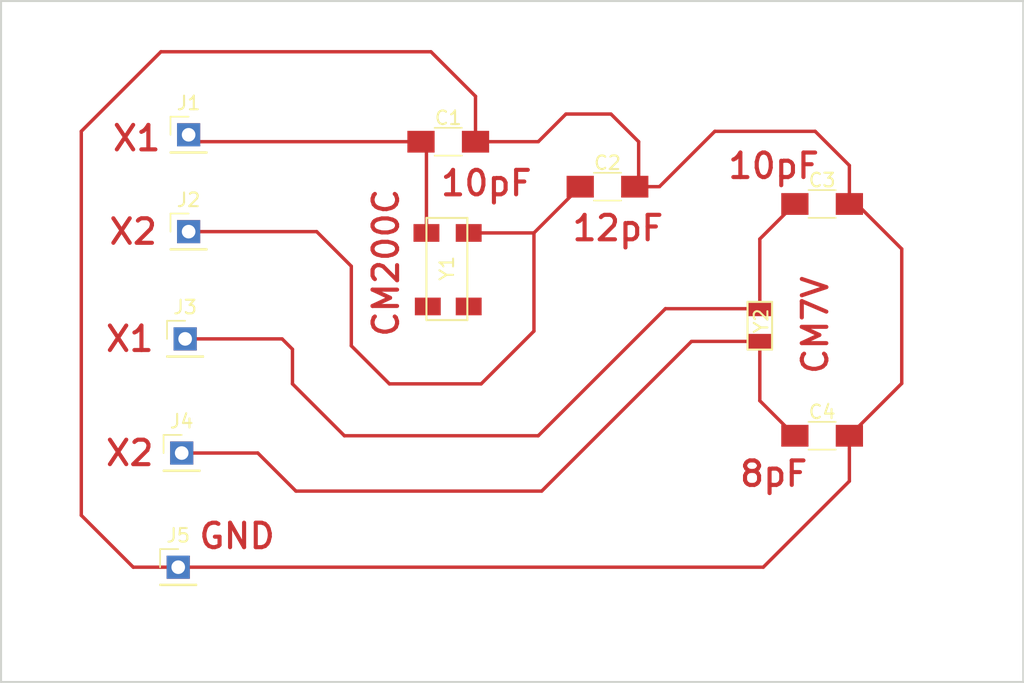
<source format=kicad_pcb>
(kicad_pcb (version 4) (host pcbnew 4.0.7)

  (general
    (links 12)
    (no_connects 0)
    (area 129.924999 89.924999 205.075001 140.075001)
    (thickness 1.6)
    (drawings 15)
    (tracks 54)
    (zones 0)
    (modules 11)
    (nets 6)
  )

  (page A4)
  (layers
    (0 F.Cu signal)
    (31 B.Cu signal hide)
    (32 B.Adhes user hide)
    (33 F.Adhes user hide)
    (34 B.Paste user hide)
    (35 F.Paste user hide)
    (36 B.SilkS user hide)
    (37 F.SilkS user)
    (38 B.Mask user hide)
    (39 F.Mask user hide)
    (40 Dwgs.User user hide)
    (41 Cmts.User user hide)
    (42 Eco1.User user hide)
    (43 Eco2.User user hide)
    (44 Edge.Cuts user)
    (45 Margin user hide)
    (46 B.CrtYd user hide)
    (47 F.CrtYd user hide)
    (48 B.Fab user hide)
    (49 F.Fab user hide)
  )

  (setup
    (last_trace_width 0.25)
    (trace_clearance 0.2)
    (zone_clearance 0.508)
    (zone_45_only no)
    (trace_min 0.2)
    (segment_width 0.2)
    (edge_width 0.15)
    (via_size 0.6)
    (via_drill 0.4)
    (via_min_size 0.4)
    (via_min_drill 0.3)
    (uvia_size 0.3)
    (uvia_drill 0.1)
    (uvias_allowed no)
    (uvia_min_size 0.2)
    (uvia_min_drill 0.1)
    (pcb_text_width 0.3)
    (pcb_text_size 1.5 1.5)
    (mod_edge_width 0.15)
    (mod_text_size 1 1)
    (mod_text_width 0.15)
    (pad_size 1.524 1.524)
    (pad_drill 0.762)
    (pad_to_mask_clearance 0.2)
    (aux_axis_origin 0 0)
    (visible_elements 7FFFFFFF)
    (pcbplotparams
      (layerselection 0x01000_00000001)
      (usegerberextensions false)
      (excludeedgelayer true)
      (linewidth 0.100000)
      (plotframeref false)
      (viasonmask false)
      (mode 1)
      (useauxorigin false)
      (hpglpennumber 1)
      (hpglpenspeed 20)
      (hpglpendiameter 15)
      (hpglpenoverlay 2)
      (psnegative false)
      (psa4output false)
      (plotreference true)
      (plotvalue true)
      (plotinvisibletext false)
      (padsonsilk false)
      (subtractmaskfromsilk false)
      (outputformat 1)
      (mirror false)
      (drillshape 0)
      (scaleselection 1)
      (outputdirectory ./))
  )

  (net 0 "")
  (net 1 "Net-(C1-Pad1)")
  (net 2 "Net-(C1-Pad2)")
  (net 3 "Net-(C2-Pad1)")
  (net 4 "Net-(C3-Pad1)")
  (net 5 "Net-(C4-Pad1)")

  (net_class Default "This is the default net class."
    (clearance 0.2)
    (trace_width 0.25)
    (via_dia 0.6)
    (via_drill 0.4)
    (uvia_dia 0.3)
    (uvia_drill 0.1)
    (add_net "Net-(C1-Pad1)")
    (add_net "Net-(C1-Pad2)")
    (add_net "Net-(C2-Pad1)")
    (add_net "Net-(C3-Pad1)")
    (add_net "Net-(C4-Pad1)")
  )

  (module Capacitors_SMD:C_1206_HandSoldering (layer F.Cu) (tedit 58AA84D1) (tstamp 5AD0F030)
    (at 162.814 100.33)
    (descr "Capacitor SMD 1206, hand soldering")
    (tags "capacitor 1206")
    (path /5AD0EC93)
    (attr smd)
    (fp_text reference C1 (at 0 -1.75) (layer F.SilkS)
      (effects (font (size 1 1) (thickness 0.15)))
    )
    (fp_text value 10pF (at 0 2) (layer F.Fab)
      (effects (font (size 1 1) (thickness 0.15)))
    )
    (fp_text user %R (at 0 -1.75) (layer F.Fab)
      (effects (font (size 1 1) (thickness 0.15)))
    )
    (fp_line (start -1.6 0.8) (end -1.6 -0.8) (layer F.Fab) (width 0.1))
    (fp_line (start 1.6 0.8) (end -1.6 0.8) (layer F.Fab) (width 0.1))
    (fp_line (start 1.6 -0.8) (end 1.6 0.8) (layer F.Fab) (width 0.1))
    (fp_line (start -1.6 -0.8) (end 1.6 -0.8) (layer F.Fab) (width 0.1))
    (fp_line (start 1 -1.02) (end -1 -1.02) (layer F.SilkS) (width 0.12))
    (fp_line (start -1 1.02) (end 1 1.02) (layer F.SilkS) (width 0.12))
    (fp_line (start -3.25 -1.05) (end 3.25 -1.05) (layer F.CrtYd) (width 0.05))
    (fp_line (start -3.25 -1.05) (end -3.25 1.05) (layer F.CrtYd) (width 0.05))
    (fp_line (start 3.25 1.05) (end 3.25 -1.05) (layer F.CrtYd) (width 0.05))
    (fp_line (start 3.25 1.05) (end -3.25 1.05) (layer F.CrtYd) (width 0.05))
    (pad 1 smd rect (at -2 0) (size 2 1.6) (layers F.Cu F.Paste F.Mask)
      (net 1 "Net-(C1-Pad1)"))
    (pad 2 smd rect (at 2 0) (size 2 1.6) (layers F.Cu F.Paste F.Mask)
      (net 2 "Net-(C1-Pad2)"))
    (model Capacitors_SMD.3dshapes/C_1206.wrl
      (at (xyz 0 0 0))
      (scale (xyz 1 1 1))
      (rotate (xyz 0 0 0))
    )
  )

  (module Capacitors_SMD:C_1206_HandSoldering (layer F.Cu) (tedit 58AA84D1) (tstamp 5AD0F036)
    (at 174.498 103.632)
    (descr "Capacitor SMD 1206, hand soldering")
    (tags "capacitor 1206")
    (path /5AD0EC5E)
    (attr smd)
    (fp_text reference C2 (at 0 -1.75) (layer F.SilkS)
      (effects (font (size 1 1) (thickness 0.15)))
    )
    (fp_text value 12pF (at 0 2) (layer F.Fab)
      (effects (font (size 1 1) (thickness 0.15)))
    )
    (fp_text user %R (at 0 -1.75) (layer F.Fab)
      (effects (font (size 1 1) (thickness 0.15)))
    )
    (fp_line (start -1.6 0.8) (end -1.6 -0.8) (layer F.Fab) (width 0.1))
    (fp_line (start 1.6 0.8) (end -1.6 0.8) (layer F.Fab) (width 0.1))
    (fp_line (start 1.6 -0.8) (end 1.6 0.8) (layer F.Fab) (width 0.1))
    (fp_line (start -1.6 -0.8) (end 1.6 -0.8) (layer F.Fab) (width 0.1))
    (fp_line (start 1 -1.02) (end -1 -1.02) (layer F.SilkS) (width 0.12))
    (fp_line (start -1 1.02) (end 1 1.02) (layer F.SilkS) (width 0.12))
    (fp_line (start -3.25 -1.05) (end 3.25 -1.05) (layer F.CrtYd) (width 0.05))
    (fp_line (start -3.25 -1.05) (end -3.25 1.05) (layer F.CrtYd) (width 0.05))
    (fp_line (start 3.25 1.05) (end 3.25 -1.05) (layer F.CrtYd) (width 0.05))
    (fp_line (start 3.25 1.05) (end -3.25 1.05) (layer F.CrtYd) (width 0.05))
    (pad 1 smd rect (at -2 0) (size 2 1.6) (layers F.Cu F.Paste F.Mask)
      (net 3 "Net-(C2-Pad1)"))
    (pad 2 smd rect (at 2 0) (size 2 1.6) (layers F.Cu F.Paste F.Mask)
      (net 2 "Net-(C1-Pad2)"))
    (model Capacitors_SMD.3dshapes/C_1206.wrl
      (at (xyz 0 0 0))
      (scale (xyz 1 1 1))
      (rotate (xyz 0 0 0))
    )
  )

  (module Capacitors_SMD:C_1206_HandSoldering (layer F.Cu) (tedit 58AA84D1) (tstamp 5AD0F03C)
    (at 190.246 104.902)
    (descr "Capacitor SMD 1206, hand soldering")
    (tags "capacitor 1206")
    (path /5AD0EC35)
    (attr smd)
    (fp_text reference C3 (at 0 -1.75) (layer F.SilkS)
      (effects (font (size 1 1) (thickness 0.15)))
    )
    (fp_text value 10pF (at 0 2) (layer F.Fab)
      (effects (font (size 1 1) (thickness 0.15)))
    )
    (fp_text user %R (at 0 -1.75) (layer F.Fab)
      (effects (font (size 1 1) (thickness 0.15)))
    )
    (fp_line (start -1.6 0.8) (end -1.6 -0.8) (layer F.Fab) (width 0.1))
    (fp_line (start 1.6 0.8) (end -1.6 0.8) (layer F.Fab) (width 0.1))
    (fp_line (start 1.6 -0.8) (end 1.6 0.8) (layer F.Fab) (width 0.1))
    (fp_line (start -1.6 -0.8) (end 1.6 -0.8) (layer F.Fab) (width 0.1))
    (fp_line (start 1 -1.02) (end -1 -1.02) (layer F.SilkS) (width 0.12))
    (fp_line (start -1 1.02) (end 1 1.02) (layer F.SilkS) (width 0.12))
    (fp_line (start -3.25 -1.05) (end 3.25 -1.05) (layer F.CrtYd) (width 0.05))
    (fp_line (start -3.25 -1.05) (end -3.25 1.05) (layer F.CrtYd) (width 0.05))
    (fp_line (start 3.25 1.05) (end 3.25 -1.05) (layer F.CrtYd) (width 0.05))
    (fp_line (start 3.25 1.05) (end -3.25 1.05) (layer F.CrtYd) (width 0.05))
    (pad 1 smd rect (at -2 0) (size 2 1.6) (layers F.Cu F.Paste F.Mask)
      (net 4 "Net-(C3-Pad1)"))
    (pad 2 smd rect (at 2 0) (size 2 1.6) (layers F.Cu F.Paste F.Mask)
      (net 2 "Net-(C1-Pad2)"))
    (model Capacitors_SMD.3dshapes/C_1206.wrl
      (at (xyz 0 0 0))
      (scale (xyz 1 1 1))
      (rotate (xyz 0 0 0))
    )
  )

  (module Capacitors_SMD:C_1206_HandSoldering (layer F.Cu) (tedit 58AA84D1) (tstamp 5AD0F042)
    (at 190.246 121.92)
    (descr "Capacitor SMD 1206, hand soldering")
    (tags "capacitor 1206")
    (path /5AD0EC08)
    (attr smd)
    (fp_text reference C4 (at 0 -1.75) (layer F.SilkS)
      (effects (font (size 1 1) (thickness 0.15)))
    )
    (fp_text value 8pF (at 0 2) (layer F.Fab)
      (effects (font (size 1 1) (thickness 0.15)))
    )
    (fp_text user %R (at 0 -1.75) (layer F.Fab)
      (effects (font (size 1 1) (thickness 0.15)))
    )
    (fp_line (start -1.6 0.8) (end -1.6 -0.8) (layer F.Fab) (width 0.1))
    (fp_line (start 1.6 0.8) (end -1.6 0.8) (layer F.Fab) (width 0.1))
    (fp_line (start 1.6 -0.8) (end 1.6 0.8) (layer F.Fab) (width 0.1))
    (fp_line (start -1.6 -0.8) (end 1.6 -0.8) (layer F.Fab) (width 0.1))
    (fp_line (start 1 -1.02) (end -1 -1.02) (layer F.SilkS) (width 0.12))
    (fp_line (start -1 1.02) (end 1 1.02) (layer F.SilkS) (width 0.12))
    (fp_line (start -3.25 -1.05) (end 3.25 -1.05) (layer F.CrtYd) (width 0.05))
    (fp_line (start -3.25 -1.05) (end -3.25 1.05) (layer F.CrtYd) (width 0.05))
    (fp_line (start 3.25 1.05) (end 3.25 -1.05) (layer F.CrtYd) (width 0.05))
    (fp_line (start 3.25 1.05) (end -3.25 1.05) (layer F.CrtYd) (width 0.05))
    (pad 1 smd rect (at -2 0) (size 2 1.6) (layers F.Cu F.Paste F.Mask)
      (net 5 "Net-(C4-Pad1)"))
    (pad 2 smd rect (at 2 0) (size 2 1.6) (layers F.Cu F.Paste F.Mask)
      (net 2 "Net-(C1-Pad2)"))
    (model Capacitors_SMD.3dshapes/C_1206.wrl
      (at (xyz 0 0 0))
      (scale (xyz 1 1 1))
      (rotate (xyz 0 0 0))
    )
  )

  (module Oscillators_Custom:CM200C (layer F.Cu) (tedit 5AD0E466) (tstamp 5AD0F053)
    (at 162.814 109.728 90)
    (path /5AD0E4FC)
    (fp_text reference Y1 (at 0.1 -0.1 90) (layer F.SilkS)
      (effects (font (size 1 1) (thickness 0.15)))
    )
    (fp_text value CM200C (at 0 3.2 90) (layer F.Fab)
      (effects (font (size 1 1) (thickness 0.15)))
    )
    (fp_line (start -3.7 -1.6) (end 3.8 -1.6) (layer F.SilkS) (width 0.15))
    (fp_line (start 3.8 -1.6) (end 3.8 1.4) (layer F.SilkS) (width 0.15))
    (fp_line (start 3.8 1.4) (end -3.7 1.4) (layer F.SilkS) (width 0.15))
    (fp_line (start -3.7 1.4) (end -3.7 -1.6) (layer F.SilkS) (width 0.15))
    (pad 1 smd rect (at 2.7 -1.6 90) (size 1.3 1.9) (layers F.Cu F.Paste F.Mask)
      (net 1 "Net-(C1-Pad1)"))
    (pad 2 smd rect (at 2.7 1.5 90) (size 1.3 1.9) (layers F.Cu F.Paste F.Mask)
      (net 3 "Net-(C2-Pad1)"))
    (pad 3 smd rect (at -2.7 -1.5 90) (size 1.3 1.9) (layers F.Cu F.Paste F.Mask))
    (pad 4 smd rect (at -2.7 1.5 90) (size 1.3 1.9) (layers F.Cu F.Paste F.Mask))
  )

  (module Oscillators_Custom:CM7V-T1A (layer F.Cu) (tedit 5AD0EED6) (tstamp 5AD0F05D)
    (at 185.674 113.792 90)
    (path /5AD0E57F)
    (fp_text reference Y2 (at 0.3 0.1 90) (layer F.SilkS)
      (effects (font (size 1 1) (thickness 0.15)))
    )
    (fp_text value CM7V-T1A (at 0.1 -1.6 90) (layer F.Fab)
      (effects (font (size 1 1) (thickness 0.15)))
    )
    (fp_line (start 1.7 -0.9) (end -1.8 -0.9) (layer F.SilkS) (width 0.15))
    (fp_line (start -1.8 -0.9) (end -1.8 0.9) (layer F.SilkS) (width 0.15))
    (fp_line (start 1.7 0.9) (end -1.8 0.9) (layer F.SilkS) (width 0.15))
    (fp_line (start 1.7 -0.9) (end 1.7 0.9) (layer F.SilkS) (width 0.15))
    (pad 1 smd rect (at 1.2 0 90) (size 1.1 1.8) (layers F.Cu F.Paste F.Mask)
      (net 4 "Net-(C3-Pad1)"))
    (pad 2 smd rect (at -1.2 0 90) (size 1.1 1.8) (layers F.Cu F.Paste F.Mask)
      (net 5 "Net-(C4-Pad1)"))
  )

  (module Pin_Headers:Pin_Header_Straight_1x01_Pitch2.54mm (layer F.Cu) (tedit 59650532) (tstamp 5AD0FE25)
    (at 143.764 106.934)
    (descr "Through hole straight pin header, 1x01, 2.54mm pitch, single row")
    (tags "Through hole pin header THT 1x01 2.54mm single row")
    (path /5AD0FE02)
    (fp_text reference J2 (at 0 -2.33) (layer F.SilkS)
      (effects (font (size 1 1) (thickness 0.15)))
    )
    (fp_text value Conn_01x01 (at 0 2.33) (layer F.Fab)
      (effects (font (size 1 1) (thickness 0.15)))
    )
    (fp_line (start -0.635 -1.27) (end 1.27 -1.27) (layer F.Fab) (width 0.1))
    (fp_line (start 1.27 -1.27) (end 1.27 1.27) (layer F.Fab) (width 0.1))
    (fp_line (start 1.27 1.27) (end -1.27 1.27) (layer F.Fab) (width 0.1))
    (fp_line (start -1.27 1.27) (end -1.27 -0.635) (layer F.Fab) (width 0.1))
    (fp_line (start -1.27 -0.635) (end -0.635 -1.27) (layer F.Fab) (width 0.1))
    (fp_line (start -1.33 1.33) (end 1.33 1.33) (layer F.SilkS) (width 0.12))
    (fp_line (start -1.33 1.27) (end -1.33 1.33) (layer F.SilkS) (width 0.12))
    (fp_line (start 1.33 1.27) (end 1.33 1.33) (layer F.SilkS) (width 0.12))
    (fp_line (start -1.33 1.27) (end 1.33 1.27) (layer F.SilkS) (width 0.12))
    (fp_line (start -1.33 0) (end -1.33 -1.33) (layer F.SilkS) (width 0.12))
    (fp_line (start -1.33 -1.33) (end 0 -1.33) (layer F.SilkS) (width 0.12))
    (fp_line (start -1.8 -1.8) (end -1.8 1.8) (layer F.CrtYd) (width 0.05))
    (fp_line (start -1.8 1.8) (end 1.8 1.8) (layer F.CrtYd) (width 0.05))
    (fp_line (start 1.8 1.8) (end 1.8 -1.8) (layer F.CrtYd) (width 0.05))
    (fp_line (start 1.8 -1.8) (end -1.8 -1.8) (layer F.CrtYd) (width 0.05))
    (fp_text user %R (at 0 0 90) (layer F.Fab)
      (effects (font (size 1 1) (thickness 0.15)))
    )
    (pad 1 thru_hole rect (at 0 0) (size 1.7 1.7) (drill 1) (layers *.Cu *.Mask)
      (net 3 "Net-(C2-Pad1)"))
    (model ${KISYS3DMOD}/Pin_Headers.3dshapes/Pin_Header_Straight_1x01_Pitch2.54mm.wrl
      (at (xyz 0 0 0))
      (scale (xyz 1 1 1))
      (rotate (xyz 0 0 0))
    )
  )

  (module Pin_Headers:Pin_Header_Straight_1x01_Pitch2.54mm (layer F.Cu) (tedit 59650532) (tstamp 5AD0FE2A)
    (at 143.51 114.808)
    (descr "Through hole straight pin header, 1x01, 2.54mm pitch, single row")
    (tags "Through hole pin header THT 1x01 2.54mm single row")
    (path /5AD0FE43)
    (fp_text reference J3 (at 0 -2.33) (layer F.SilkS)
      (effects (font (size 1 1) (thickness 0.15)))
    )
    (fp_text value Conn_01x01 (at 0 2.33) (layer F.Fab)
      (effects (font (size 1 1) (thickness 0.15)))
    )
    (fp_line (start -0.635 -1.27) (end 1.27 -1.27) (layer F.Fab) (width 0.1))
    (fp_line (start 1.27 -1.27) (end 1.27 1.27) (layer F.Fab) (width 0.1))
    (fp_line (start 1.27 1.27) (end -1.27 1.27) (layer F.Fab) (width 0.1))
    (fp_line (start -1.27 1.27) (end -1.27 -0.635) (layer F.Fab) (width 0.1))
    (fp_line (start -1.27 -0.635) (end -0.635 -1.27) (layer F.Fab) (width 0.1))
    (fp_line (start -1.33 1.33) (end 1.33 1.33) (layer F.SilkS) (width 0.12))
    (fp_line (start -1.33 1.27) (end -1.33 1.33) (layer F.SilkS) (width 0.12))
    (fp_line (start 1.33 1.27) (end 1.33 1.33) (layer F.SilkS) (width 0.12))
    (fp_line (start -1.33 1.27) (end 1.33 1.27) (layer F.SilkS) (width 0.12))
    (fp_line (start -1.33 0) (end -1.33 -1.33) (layer F.SilkS) (width 0.12))
    (fp_line (start -1.33 -1.33) (end 0 -1.33) (layer F.SilkS) (width 0.12))
    (fp_line (start -1.8 -1.8) (end -1.8 1.8) (layer F.CrtYd) (width 0.05))
    (fp_line (start -1.8 1.8) (end 1.8 1.8) (layer F.CrtYd) (width 0.05))
    (fp_line (start 1.8 1.8) (end 1.8 -1.8) (layer F.CrtYd) (width 0.05))
    (fp_line (start 1.8 -1.8) (end -1.8 -1.8) (layer F.CrtYd) (width 0.05))
    (fp_text user %R (at 0 0 90) (layer F.Fab)
      (effects (font (size 1 1) (thickness 0.15)))
    )
    (pad 1 thru_hole rect (at 0 0) (size 1.7 1.7) (drill 1) (layers *.Cu *.Mask)
      (net 4 "Net-(C3-Pad1)"))
    (model ${KISYS3DMOD}/Pin_Headers.3dshapes/Pin_Header_Straight_1x01_Pitch2.54mm.wrl
      (at (xyz 0 0 0))
      (scale (xyz 1 1 1))
      (rotate (xyz 0 0 0))
    )
  )

  (module Pin_Headers:Pin_Header_Straight_1x01_Pitch2.54mm (layer F.Cu) (tedit 59650532) (tstamp 5AD0FE2F)
    (at 143.256 123.19)
    (descr "Through hole straight pin header, 1x01, 2.54mm pitch, single row")
    (tags "Through hole pin header THT 1x01 2.54mm single row")
    (path /5AD0FE86)
    (fp_text reference J4 (at 0 -2.33) (layer F.SilkS)
      (effects (font (size 1 1) (thickness 0.15)))
    )
    (fp_text value Conn_01x01 (at 0 2.33) (layer F.Fab)
      (effects (font (size 1 1) (thickness 0.15)))
    )
    (fp_line (start -0.635 -1.27) (end 1.27 -1.27) (layer F.Fab) (width 0.1))
    (fp_line (start 1.27 -1.27) (end 1.27 1.27) (layer F.Fab) (width 0.1))
    (fp_line (start 1.27 1.27) (end -1.27 1.27) (layer F.Fab) (width 0.1))
    (fp_line (start -1.27 1.27) (end -1.27 -0.635) (layer F.Fab) (width 0.1))
    (fp_line (start -1.27 -0.635) (end -0.635 -1.27) (layer F.Fab) (width 0.1))
    (fp_line (start -1.33 1.33) (end 1.33 1.33) (layer F.SilkS) (width 0.12))
    (fp_line (start -1.33 1.27) (end -1.33 1.33) (layer F.SilkS) (width 0.12))
    (fp_line (start 1.33 1.27) (end 1.33 1.33) (layer F.SilkS) (width 0.12))
    (fp_line (start -1.33 1.27) (end 1.33 1.27) (layer F.SilkS) (width 0.12))
    (fp_line (start -1.33 0) (end -1.33 -1.33) (layer F.SilkS) (width 0.12))
    (fp_line (start -1.33 -1.33) (end 0 -1.33) (layer F.SilkS) (width 0.12))
    (fp_line (start -1.8 -1.8) (end -1.8 1.8) (layer F.CrtYd) (width 0.05))
    (fp_line (start -1.8 1.8) (end 1.8 1.8) (layer F.CrtYd) (width 0.05))
    (fp_line (start 1.8 1.8) (end 1.8 -1.8) (layer F.CrtYd) (width 0.05))
    (fp_line (start 1.8 -1.8) (end -1.8 -1.8) (layer F.CrtYd) (width 0.05))
    (fp_text user %R (at 0 0 90) (layer F.Fab)
      (effects (font (size 1 1) (thickness 0.15)))
    )
    (pad 1 thru_hole rect (at 0 0) (size 1.7 1.7) (drill 1) (layers *.Cu *.Mask)
      (net 5 "Net-(C4-Pad1)"))
    (model ${KISYS3DMOD}/Pin_Headers.3dshapes/Pin_Header_Straight_1x01_Pitch2.54mm.wrl
      (at (xyz 0 0 0))
      (scale (xyz 1 1 1))
      (rotate (xyz 0 0 0))
    )
  )

  (module Pin_Headers:Pin_Header_Straight_1x01_Pitch2.54mm (layer F.Cu) (tedit 59650532) (tstamp 5AD0FE34)
    (at 143.002 131.572)
    (descr "Through hole straight pin header, 1x01, 2.54mm pitch, single row")
    (tags "Through hole pin header THT 1x01 2.54mm single row")
    (path /5AD0FEBD)
    (fp_text reference J5 (at 0 -2.33) (layer F.SilkS)
      (effects (font (size 1 1) (thickness 0.15)))
    )
    (fp_text value Conn_01x01 (at 0 2.33) (layer F.Fab)
      (effects (font (size 1 1) (thickness 0.15)))
    )
    (fp_line (start -0.635 -1.27) (end 1.27 -1.27) (layer F.Fab) (width 0.1))
    (fp_line (start 1.27 -1.27) (end 1.27 1.27) (layer F.Fab) (width 0.1))
    (fp_line (start 1.27 1.27) (end -1.27 1.27) (layer F.Fab) (width 0.1))
    (fp_line (start -1.27 1.27) (end -1.27 -0.635) (layer F.Fab) (width 0.1))
    (fp_line (start -1.27 -0.635) (end -0.635 -1.27) (layer F.Fab) (width 0.1))
    (fp_line (start -1.33 1.33) (end 1.33 1.33) (layer F.SilkS) (width 0.12))
    (fp_line (start -1.33 1.27) (end -1.33 1.33) (layer F.SilkS) (width 0.12))
    (fp_line (start 1.33 1.27) (end 1.33 1.33) (layer F.SilkS) (width 0.12))
    (fp_line (start -1.33 1.27) (end 1.33 1.27) (layer F.SilkS) (width 0.12))
    (fp_line (start -1.33 0) (end -1.33 -1.33) (layer F.SilkS) (width 0.12))
    (fp_line (start -1.33 -1.33) (end 0 -1.33) (layer F.SilkS) (width 0.12))
    (fp_line (start -1.8 -1.8) (end -1.8 1.8) (layer F.CrtYd) (width 0.05))
    (fp_line (start -1.8 1.8) (end 1.8 1.8) (layer F.CrtYd) (width 0.05))
    (fp_line (start 1.8 1.8) (end 1.8 -1.8) (layer F.CrtYd) (width 0.05))
    (fp_line (start 1.8 -1.8) (end -1.8 -1.8) (layer F.CrtYd) (width 0.05))
    (fp_text user %R (at 0 0 90) (layer F.Fab)
      (effects (font (size 1 1) (thickness 0.15)))
    )
    (pad 1 thru_hole rect (at 0 0) (size 1.7 1.7) (drill 1) (layers *.Cu *.Mask)
      (net 2 "Net-(C1-Pad2)"))
    (model ${KISYS3DMOD}/Pin_Headers.3dshapes/Pin_Header_Straight_1x01_Pitch2.54mm.wrl
      (at (xyz 0 0 0))
      (scale (xyz 1 1 1))
      (rotate (xyz 0 0 0))
    )
  )

  (module Pin_Headers:Pin_Header_Straight_1x01_Pitch2.54mm (layer F.Cu) (tedit 59650532) (tstamp 5AD10075)
    (at 143.764 99.822)
    (descr "Through hole straight pin header, 1x01, 2.54mm pitch, single row")
    (tags "Through hole pin header THT 1x01 2.54mm single row")
    (path /5AD0FD63)
    (fp_text reference J1 (at 0 -2.33) (layer F.SilkS)
      (effects (font (size 1 1) (thickness 0.15)))
    )
    (fp_text value Conn_01x01 (at 0 2.33) (layer F.Fab)
      (effects (font (size 1 1) (thickness 0.15)))
    )
    (fp_line (start -0.635 -1.27) (end 1.27 -1.27) (layer F.Fab) (width 0.1))
    (fp_line (start 1.27 -1.27) (end 1.27 1.27) (layer F.Fab) (width 0.1))
    (fp_line (start 1.27 1.27) (end -1.27 1.27) (layer F.Fab) (width 0.1))
    (fp_line (start -1.27 1.27) (end -1.27 -0.635) (layer F.Fab) (width 0.1))
    (fp_line (start -1.27 -0.635) (end -0.635 -1.27) (layer F.Fab) (width 0.1))
    (fp_line (start -1.33 1.33) (end 1.33 1.33) (layer F.SilkS) (width 0.12))
    (fp_line (start -1.33 1.27) (end -1.33 1.33) (layer F.SilkS) (width 0.12))
    (fp_line (start 1.33 1.27) (end 1.33 1.33) (layer F.SilkS) (width 0.12))
    (fp_line (start -1.33 1.27) (end 1.33 1.27) (layer F.SilkS) (width 0.12))
    (fp_line (start -1.33 0) (end -1.33 -1.33) (layer F.SilkS) (width 0.12))
    (fp_line (start -1.33 -1.33) (end 0 -1.33) (layer F.SilkS) (width 0.12))
    (fp_line (start -1.8 -1.8) (end -1.8 1.8) (layer F.CrtYd) (width 0.05))
    (fp_line (start -1.8 1.8) (end 1.8 1.8) (layer F.CrtYd) (width 0.05))
    (fp_line (start 1.8 1.8) (end 1.8 -1.8) (layer F.CrtYd) (width 0.05))
    (fp_line (start 1.8 -1.8) (end -1.8 -1.8) (layer F.CrtYd) (width 0.05))
    (fp_text user %R (at 0 0 90) (layer F.Fab)
      (effects (font (size 1 1) (thickness 0.15)))
    )
    (pad 1 thru_hole rect (at 0 0) (size 1.7 1.7) (drill 1) (layers *.Cu *.Mask)
      (net 1 "Net-(C1-Pad1)"))
    (model ${KISYS3DMOD}/Pin_Headers.3dshapes/Pin_Header_Straight_1x01_Pitch2.54mm.wrl
      (at (xyz 0 0 0))
      (scale (xyz 1 1 1))
      (rotate (xyz 0 0 0))
    )
  )

  (gr_text GND (at 147.32 129.286) (layer F.Cu)
    (effects (font (size 1.8 1.8) (thickness 0.3)))
  )
  (gr_text X2 (at 139.446 123.19) (layer F.Cu)
    (effects (font (size 1.8 1.8) (thickness 0.3)))
  )
  (gr_text X1 (at 139.446 114.808) (layer F.Cu)
    (effects (font (size 1.8 1.8) (thickness 0.3)))
  )
  (gr_text X2 (at 139.7 106.934) (layer F.Cu)
    (effects (font (size 1.8 1.8) (thickness 0.3)))
  )
  (gr_text X1 (at 139.954 100.076) (layer F.Cu)
    (effects (font (size 1.8 1.8) (thickness 0.3)))
  )
  (gr_text 12pF (at 175.26 106.68) (layer F.Cu)
    (effects (font (size 1.8 1.8) (thickness 0.3)))
  )
  (gr_text 10pF (at 165.608 103.378) (layer F.Cu)
    (effects (font (size 1.8 1.8) (thickness 0.3)))
  )
  (gr_text CM200C (at 158.242 109.22 90) (layer F.Cu)
    (effects (font (size 1.8 1.8) (thickness 0.3)))
  )
  (gr_text "CM7V\n" (at 189.738 113.792 90) (layer F.Cu)
    (effects (font (size 1.8 1.8) (thickness 0.3)))
  )
  (gr_text 8pF (at 186.69 124.714) (layer F.Cu)
    (effects (font (size 1.8 1.8) (thickness 0.3)))
  )
  (gr_text 10pF (at 186.69 102.108) (layer F.Cu)
    (effects (font (size 1.8 1.8) (thickness 0.3)))
  )
  (gr_line (start 205 140) (end 205 90) (angle 90) (layer Edge.Cuts) (width 0.15))
  (gr_line (start 130 140) (end 205 140) (angle 90) (layer Edge.Cuts) (width 0.15))
  (gr_line (start 130 90) (end 205 90) (angle 90) (layer Edge.Cuts) (width 0.15))
  (gr_line (start 130 90) (end 130 140) (angle 90) (layer Edge.Cuts) (width 0.15))

  (segment (start 160.814 100.33) (end 144.272 100.33) (width 0.25) (layer F.Cu) (net 1))
  (segment (start 144.272 100.33) (end 143.764 99.822) (width 0.25) (layer F.Cu) (net 1) (tstamp 5AD10114))
  (segment (start 161.214 107.028) (end 161.214 100.73) (width 0.25) (layer F.Cu) (net 1))
  (segment (start 161.214 100.73) (end 160.814 100.33) (width 0.25) (layer F.Cu) (net 1) (tstamp 5AD10098))
  (segment (start 192.246 121.92) (end 192.246 125.254) (width 0.25) (layer F.Cu) (net 2) (status 400000))
  (segment (start 185.928 131.572) (end 143.002 131.572) (width 0.25) (layer F.Cu) (net 2) (tstamp 5AD101B0) (status 800000))
  (segment (start 192.246 125.254) (end 185.928 131.572) (width 0.25) (layer F.Cu) (net 2) (tstamp 5AD101AE))
  (segment (start 192.246 104.902) (end 192.786 104.902) (width 0.25) (layer F.Cu) (net 2) (status C00000))
  (segment (start 192.786 104.902) (end 196.088 108.204) (width 0.25) (layer F.Cu) (net 2) (tstamp 5AD101A7) (status 400000))
  (segment (start 196.088 118.078) (end 192.246 121.92) (width 0.25) (layer F.Cu) (net 2) (tstamp 5AD101AA) (status 800000))
  (segment (start 196.088 108.204) (end 196.088 118.078) (width 0.25) (layer F.Cu) (net 2) (tstamp 5AD101A8))
  (segment (start 164.814 100.33) (end 164.814 96.996) (width 0.25) (layer F.Cu) (net 2))
  (segment (start 164.814 96.996) (end 161.544 93.726) (width 0.25) (layer F.Cu) (net 2) (tstamp 5AD10143))
  (segment (start 161.544 93.726) (end 141.732 93.726) (width 0.25) (layer F.Cu) (net 2) (tstamp 5AD10145))
  (segment (start 141.732 93.726) (end 135.89 99.568) (width 0.25) (layer F.Cu) (net 2) (tstamp 5AD10147))
  (segment (start 135.89 99.568) (end 135.89 127.762) (width 0.25) (layer F.Cu) (net 2) (tstamp 5AD10149))
  (segment (start 135.89 127.762) (end 139.7 131.572) (width 0.25) (layer F.Cu) (net 2) (tstamp 5AD1014B))
  (segment (start 139.7 131.572) (end 143.002 131.572) (width 0.25) (layer F.Cu) (net 2) (tstamp 5AD1014D))
  (segment (start 176.498 103.632) (end 178.308 103.632) (width 0.25) (layer F.Cu) (net 2))
  (segment (start 192.246 102.076) (end 192.246 104.902) (width 0.25) (layer F.Cu) (net 2) (tstamp 5AD100B4))
  (segment (start 189.738 99.568) (end 192.246 102.076) (width 0.25) (layer F.Cu) (net 2) (tstamp 5AD100B2))
  (segment (start 182.372 99.568) (end 189.738 99.568) (width 0.25) (layer F.Cu) (net 2) (tstamp 5AD100B0))
  (segment (start 178.308 103.632) (end 182.372 99.568) (width 0.25) (layer F.Cu) (net 2) (tstamp 5AD100AE))
  (segment (start 164.814 100.33) (end 169.418 100.33) (width 0.25) (layer F.Cu) (net 2))
  (segment (start 176.784 100.33) (end 176.784 103.346) (width 0.25) (layer F.Cu) (net 2) (tstamp 5AD100A6))
  (segment (start 174.752 98.298) (end 176.784 100.33) (width 0.25) (layer F.Cu) (net 2) (tstamp 5AD100A5))
  (segment (start 171.45 98.298) (end 174.752 98.298) (width 0.25) (layer F.Cu) (net 2) (tstamp 5AD100A3))
  (segment (start 169.418 100.33) (end 171.45 98.298) (width 0.25) (layer F.Cu) (net 2) (tstamp 5AD100A1))
  (segment (start 176.784 103.346) (end 176.498 103.632) (width 0.25) (layer F.Cu) (net 2) (tstamp 5AD100A7))
  (segment (start 169.102 107.028) (end 169.102 114.238) (width 0.25) (layer F.Cu) (net 3))
  (segment (start 153.162 106.934) (end 143.764 106.934) (width 0.25) (layer F.Cu) (net 3) (tstamp 5AD10120))
  (segment (start 155.702 109.474) (end 153.162 106.934) (width 0.25) (layer F.Cu) (net 3) (tstamp 5AD1011E))
  (segment (start 155.702 115.316) (end 155.702 109.474) (width 0.25) (layer F.Cu) (net 3) (tstamp 5AD1011C))
  (segment (start 158.496 118.11) (end 155.702 115.316) (width 0.25) (layer F.Cu) (net 3) (tstamp 5AD1011A))
  (segment (start 165.23 118.11) (end 158.496 118.11) (width 0.25) (layer F.Cu) (net 3) (tstamp 5AD10118))
  (segment (start 169.102 114.238) (end 165.23 118.11) (width 0.25) (layer F.Cu) (net 3) (tstamp 5AD10117))
  (segment (start 164.314 107.028) (end 169.102 107.028) (width 0.25) (layer F.Cu) (net 3))
  (segment (start 169.102 107.028) (end 172.498 103.632) (width 0.25) (layer F.Cu) (net 3) (tstamp 5AD1009D))
  (segment (start 185.674 112.592) (end 178.746 112.592) (width 0.25) (layer F.Cu) (net 4))
  (segment (start 150.622 114.808) (end 143.51 114.808) (width 0.25) (layer F.Cu) (net 4) (tstamp 5AD1012C))
  (segment (start 151.384 115.57) (end 150.622 114.808) (width 0.25) (layer F.Cu) (net 4) (tstamp 5AD1012B))
  (segment (start 151.384 118.11) (end 151.384 115.57) (width 0.25) (layer F.Cu) (net 4) (tstamp 5AD10129))
  (segment (start 155.194 121.92) (end 151.384 118.11) (width 0.25) (layer F.Cu) (net 4) (tstamp 5AD10127))
  (segment (start 169.418 121.92) (end 155.194 121.92) (width 0.25) (layer F.Cu) (net 4) (tstamp 5AD10125))
  (segment (start 178.746 112.592) (end 169.418 121.92) (width 0.25) (layer F.Cu) (net 4) (tstamp 5AD10124))
  (segment (start 185.674 112.592) (end 185.674 107.474) (width 0.25) (layer F.Cu) (net 4))
  (segment (start 185.674 107.474) (end 188.246 104.902) (width 0.25) (layer F.Cu) (net 4) (tstamp 5AD100AA))
  (segment (start 185.674 114.992) (end 185.674 119.348) (width 0.25) (layer F.Cu) (net 5) (status 400000))
  (segment (start 185.674 119.348) (end 188.246 121.92) (width 0.25) (layer F.Cu) (net 5) (tstamp 5AD101A3) (status 800000))
  (segment (start 185.674 114.992) (end 180.664 114.992) (width 0.25) (layer F.Cu) (net 5))
  (segment (start 148.844 123.19) (end 143.256 123.19) (width 0.25) (layer F.Cu) (net 5) (tstamp 5AD10135))
  (segment (start 151.638 125.984) (end 148.844 123.19) (width 0.25) (layer F.Cu) (net 5) (tstamp 5AD10133))
  (segment (start 169.672 125.984) (end 151.638 125.984) (width 0.25) (layer F.Cu) (net 5) (tstamp 5AD10131))
  (segment (start 180.664 114.992) (end 169.672 125.984) (width 0.25) (layer F.Cu) (net 5) (tstamp 5AD1012F))

)

</source>
